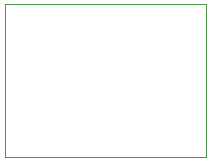
<source format=gko>
G75*
%MOIN*%
%OFA0B0*%
%FSLAX25Y25*%
%IPPOS*%
%LPD*%
%AMOC8*
5,1,8,0,0,1.08239X$1,22.5*
%
%ADD10C,0.00000*%
D10*
X0001400Y0002688D02*
X0001400Y0053869D01*
X0068329Y0053869D01*
X0068329Y0002688D01*
X0001400Y0002688D01*
M02*

</source>
